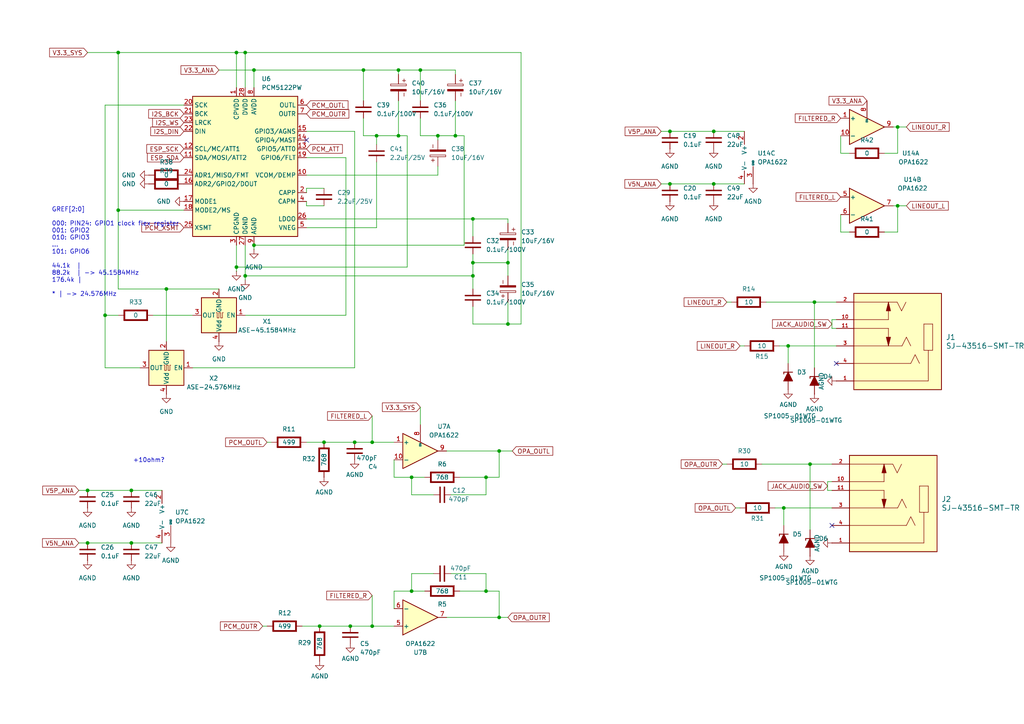
<source format=kicad_sch>
(kicad_sch (version 20231120) (generator "eeschema") (generator_version "8.0")
  (paper "A4")
  (lib_symbols
    (symbol "Amplifier_Audio:OPA1622" (pin_names (offset 0.127))
      (property "Reference" "U" (at 3.81 6.35 0))
      (property "Value" "OPA1622" (at 3.81 3.81 0))
      (symbol "OPA1622_1_1"
        (pin input line (at -7.62 2.54 0) (length 2.54) (name "+") (number "1"))
        (pin input line (at -7.62 -2.54 0) (length 2.54) (name "-") (number "10"))
        (pin input line (at 0 7.62 270) (length 5.08) (name "EN") (number "8"))
        (pin output line (at 7.62 0 180) (length 2.54) (name "~") (number "9"))
      )
      (symbol "OPA1622_2_1"
        (pin input line (at -7.62 2.54 0) (length 2.54) (name "+") (number "5"))
        (pin input line (at -7.62 -2.54 0) (length 2.54) (name "-") (number "6"))
        (pin output line (at 7.62 0 180) (length 2.54) (name "~") (number "7"))
      )
      (symbol "OPA1622_3_1"
        (pin passive line (at -2.54 -7.62 90) (length 3.81) hide (name "V-") (number "11"))
        (pin power_in line (at -2.54 7.62 270) (length 3.81) (name "V+") (number "2"))
        (pin power_in line (at 0 -7.62 90) (length 5.08) (name "GND") (number "3"))
        (pin power_in line (at -2.54 -7.62 90) (length 3.81) (name "V-") (number "4"))
      )
    )
    (symbol "Audio:PCM5122PW"
      (property "Reference" "U" (at -13.97 21.59 0))
      (property "Value" "PCM5122PW" (at 10.16 21.59 0))
      (symbol "PCM5122PW_1_1"
        (pin power_in line (at -2.54 22.86 270) (length 2.54) (name "CPVDD") (number "1"))
        (pin bidirectional line (at 17.78 -2.54 180) (length 2.54) (name "VCOM/DEMP") (number "10"))
        (pin bidirectional line (at -17.78 2.54 0) (length 2.54) (name "SDA/MOSI/ATT2") (number "11"))
        (pin input line (at -17.78 5.08 0) (length 2.54) (name "SCL/MC/ATT1") (number "12"))
        (pin bidirectional line (at 17.78 5.08 180) (length 2.54) (name "GPIO5/ATT0") (number "13"))
        (pin bidirectional line (at 17.78 7.62 180) (length 2.54) (name "GPIO4/MAST") (number "14"))
        (pin bidirectional line (at 17.78 10.16 180) (length 2.54) (name "GPIO3/AGNS") (number "15"))
        (pin bidirectional line (at -17.78 -5.08 0) (length 2.54) (name "ADR2/GPIO2/DOUT") (number "16"))
        (pin input line (at -17.78 -10.16 0) (length 2.54) (name "MODE1") (number "17"))
        (pin input line (at -17.78 -12.7 0) (length 2.54) (name "MODE2/MS") (number "18"))
        (pin bidirectional line (at 17.78 2.54 180) (length 2.54) (name "GPIO6/FLT") (number "19"))
        (pin passive line (at 17.78 -7.62 180) (length 2.54) (name "CAPP") (number "2"))
        (pin input line (at -17.78 17.78 0) (length 2.54) (name "SCK") (number "20"))
        (pin bidirectional line (at -17.78 15.24 0) (length 2.54) (name "BCK") (number "21"))
        (pin input line (at -17.78 10.16 0) (length 2.54) (name "DIN") (number "22"))
        (pin bidirectional line (at -17.78 12.7 0) (length 2.54) (name "LRCK") (number "23"))
        (pin bidirectional line (at -17.78 -2.54 0) (length 2.54) (name "ADR1/MISO/FMT") (number "24"))
        (pin input line (at -17.78 -17.78 0) (length 2.54) (name "XSMT") (number "25"))
        (pin passive line (at 17.78 -15.24 180) (length 2.54) (name "LDOO") (number "26"))
        (pin power_in line (at 0 -22.86 90) (length 2.54) (name "DGND") (number "27"))
        (pin power_in line (at 0 22.86 270) (length 2.54) (name "DVDD") (number "28"))
        (pin power_in line (at -2.54 -22.86 90) (length 2.54) (name "CPGND") (number "3"))
        (pin passive line (at 17.78 -10.16 180) (length 2.54) (name "CAPM") (number "4"))
        (pin passive line (at 17.78 -17.78 180) (length 2.54) (name "VNEG") (number "5"))
        (pin output line (at 17.78 17.78 180) (length 2.54) (name "OUTL") (number "6"))
        (pin output line (at 17.78 15.24 180) (length 2.54) (name "OUTR") (number "7"))
        (pin power_in line (at 2.54 22.86 270) (length 2.54) (name "AVDD") (number "8"))
        (pin power_in line (at 2.54 -22.86 90) (length 2.54) (name "AGND") (number "9"))
      )
    )
    (symbol "Oscillator:ASE-xxxMHz" (pin_names (offset 0.254))
      (property "Reference" "X" (at -5.08 6.35 0))
      (property "Value" "ASE-xxxMHz" (at 1.27 -6.35 0))
      (symbol "ASE-xxxMHz_1_1"
        (pin input line (at -7.62 0 0) (length 2.54) (name "EN") (number "1"))
        (pin power_in line (at 0 -7.62 90) (length 2.54) (name "GND") (number "2"))
        (pin output line (at 7.62 0 180) (length 2.54) (name "OUT") (number "3"))
        (pin power_in line (at 0 7.62 270) (length 2.54) (name "Vdd") (number "4"))
      )
    )
    (symbol "PCM_Diode_TVS_AKL:SP1005-01WTG" (pin_numbers hide) (pin_names (offset 1.016) hide)
      (property "Reference" "D" (at 0 5.08 0))
      (property "Value" "SP1005-01WTG" (at 0 2.54 0))
      (symbol "SP1005-01WTG_1_1"
        (pin passive line (at 3.81 0 180) (length 2.54) (name "K") (number "1"))
        (pin passive line (at -3.81 0 0) (length 2.54) (name "A") (number "2"))
      )
      (symbol "SP1005-01WTG_1_2"
        (pin passive line (at 2.54 2.54 180) (length 0) (name "K") (number "1"))
        (pin passive line (at -2.54 -2.54 0) (length 0) (name "A") (number "2"))
      )
    )
    (symbol "PCM_Elektuur:R" (pin_numbers hide) (pin_names (offset 0) hide)
      (property "Reference" "R" (at 2.54 3.175 0))
      (property "Value" "R" (at 0 0 90))
      (symbol "R_1_1"
        (pin passive line (at 0 5.08 270) (length 1.651) (name "+") (number "1"))
        (pin passive line (at 0 -5.08 90) (length 1.651) (name "-") (number "2"))
      )
      (symbol "R_1_2"
        (pin passive line (at 0 5.08 270) (length 1.651) (name "+") (number "1"))
        (pin passive line (at 0 -5.08 90) (length 1.651) (name "-") (number "2"))
      )
      (symbol "R_1_3"
        (pin passive line (at 0 5.08 270) (length 1.6002) (name "+") (number "1"))
        (pin passive line (at 0 -5.08 90) (length 1.6002) (name "-") (number "2"))
      )
      (symbol "R_1_4"
        (pin passive line (at 0 5.08 270) (length 0.5334) (name "+") (number "1"))
        (pin passive line (at 0 -5.08 90) (length 0.5334) (name "-") (number "2"))
      )
    )
    (symbol "PCM_SL_Devices:Capacitor_NP"
      (property "Reference" "C" (at 0 6.35 0))
      (property "Value" "Capacitor_NP" (at 0 3.81 0))
      (symbol "Capacitor_NP_1_1"
        (pin passive line (at -2.54 0 0) (length 2) (name "~") (number "1"))
        (pin input line (at 2.54 0 180) (length 2) (name "~") (number "2"))
      )
    )
    (symbol "PCM_SL_Devices:Capacitor_PO"
      (property "Reference" "C" (at 0 7.62 0))
      (property "Value" "Capacitor_PO" (at 0 5.08 0))
      (symbol "Capacitor_PO_0_0"
        (text "+" (at -2.032 1.524 0) (effects (font (size 1.27 1.27))))
        (text "-" (at 2.032 1.524 0) (effects (font (size 1.27 1.27))))
      )
      (symbol "Capacitor_PO_1_1"
        (pin passive line (at -3.81 0 0) (length 2.7) (name "~") (number "1"))
        (pin input line (at 3.81 0 180) (length 2.7) (name "~") (number "2"))
      )
    )
    (symbol "power:GND" (power) (pin_numbers hide) (pin_names (offset 0) hide)
      (property "Value" "GND" (at 0 -3.81 0))
      (symbol "GND_1_1"
        (pin power_in line (at 0 0 270) (length 0) (name "~") (number "1"))
      )
    )
    (symbol "uwu:SJ2-35894D-SMT-TR" (pin_names (offset 1.016))
      (property "Reference" "J" (at -12.709 16.002 0))
      (property "Value" "SJ2-35894D-SMT-TR" (at -12.7009 -16.002 0))
      (symbol "SJ2-35894D-SMT-TR_0_0"
        (pin passive line (at 17.78 12.7 180) (length 5.08) (name "~") (number "1"))
        (pin passive line (at 17.78 -5.08 180) (length 5.08) (name "~") (number "10"))
        (pin passive line (at 17.78 -2.54 180) (length 5.08) (name "~") (number "11"))
        (pin passive line (at 17.78 -10.16 180) (length 5.08) (name "~") (number "2"))
        (pin passive line (at 17.78 2.54 180) (length 5.08) (name "~") (number "3"))
        (pin passive line (at 17.78 7.62 180) (length 5.08) (name "~") (number "4"))
      )
    )
  )
  (junction (at 34.29 15.24))
  (junction (at 68.58 15.24))
  (junction (at 115.57 39.37))
  (junction (at 92.71 181.61))
  (junction (at 115.57 20.32))
  (junction (at 93.98 128.27))
  (junction (at 38.1 142.24))
  (junction (at 137.16 80.01))
  (junction (at 71.12 80.01))
  (junction (at 119.38 138.43))
  (junction (at 127 39.37))
  (junction (at 147.32 76.2))
  (junction (at 109.22 39.37))
  (junction (at 121.92 20.32))
  (junction (at 236.22 87.63))
  (junction (at 71.12 15.24))
  (junction (at 101.6 181.61))
  (junction (at 207.01 38.1))
  (junction (at 107.95 181.61))
  (junction (at 140.97 171.45))
  (junction (at 260.35 36.83))
  (junction (at 147.32 93.98))
  (junction (at 30.48 91.44))
  (junction (at 260.35 59.69))
  (junction (at 48.26 83.82))
  (junction (at 194.31 38.1))
  (junction (at 132.08 39.37))
  (junction (at 137.16 76.2))
  (junction (at 25.4 157.48))
  (junction (at 144.78 179.07))
  (junction (at 119.38 171.45))
  (junction (at 137.16 63.5))
  (junction (at 144.78 130.81))
  (junction (at 105.41 20.32))
  (junction (at 73.66 71.12))
  (junction (at 227.33 147.32))
  (junction (at 207.01 53.34))
  (junction (at 38.1 157.48))
  (junction (at 68.58 77.47))
  (junction (at 34.29 60.96))
  (junction (at 25.4 142.24))
  (junction (at 140.97 138.43))
  (junction (at 107.95 128.27))
  (junction (at 228.6 100.33))
  (junction (at 234.95 134.62))
  (junction (at 102.87 128.27))
  (junction (at 73.66 20.32))
  (junction (at 194.31 53.34))
  (no_connect (at 241.3 152.4))
  (no_connect (at 88.9 40.64))
  (no_connect (at 242.57 105.41))
  (wire (pts (xy 137.16 76.2) (xy 137.16 80.01)))
  (wire (pts (xy 88.9 59.69) (xy 88.9 58.42)))
  (wire (pts (xy 105.41 39.37) (xy 109.22 39.37)))
  (wire (pts (xy 68.58 77.47) (xy 118.11 77.47)))
  (wire (pts (xy 102.87 128.27) (xy 107.95 128.27)))
  (wire (pts (xy 73.66 71.12) (xy 134.62 71.12)))
  (wire (pts (xy 127 48.26) (xy 127 50.8)))
  (wire (pts (xy 147.32 63.5) (xy 147.32 64.77)))
  (wire (pts (xy 133.35 138.43) (xy 140.97 138.43)))
  (wire (pts (xy 107.95 120.65) (xy 107.95 128.27)))
  (wire (pts (xy 260.35 59.69) (xy 262.89 59.69)))
  (wire (pts (xy 260.35 59.69) (xy 260.35 67.31)))
  (wire (pts (xy 241.3 95.25) (xy 242.57 95.25)))
  (wire (pts (xy 107.95 181.61) (xy 114.3 181.61)))
  (wire (pts (xy 227.33 147.32) (xy 227.33 152.4)))
  (wire (pts (xy 115.57 39.37) (xy 118.11 39.37)))
  (wire (pts (xy 105.41 20.32) (xy 105.41 29.21)))
  (wire (pts (xy 88.9 50.8) (xy 127 50.8)))
  (wire (pts (xy 68.58 71.12) (xy 68.58 77.47)))
  (wire (pts (xy 234.95 134.62) (xy 241.3 134.62)))
  (wire (pts (xy 119.38 171.45) (xy 114.3 171.45)))
  (wire (pts (xy 107.95 128.27) (xy 114.3 128.27)))
  (wire (pts (xy 228.6 100.33) (xy 242.57 100.33)))
  (wire (pts (xy 118.11 39.37) (xy 118.11 77.47)))
  (wire (pts (xy 132.08 39.37) (xy 127 39.37)))
  (wire (pts (xy 260.35 36.83) (xy 259.08 36.83)))
  (wire (pts (xy 77.47 128.27) (xy 78.74 128.27)))
  (wire (pts (xy 241.3 92.71) (xy 241.3 95.25)))
  (wire (pts (xy 114.3 133.35) (xy 114.3 138.43)))
  (wire (pts (xy 137.16 73.66) (xy 137.16 76.2)))
  (wire (pts (xy 222.25 87.63) (xy 236.22 87.63)))
  (wire (pts (xy 133.35 171.45) (xy 140.97 171.45)))
  (wire (pts (xy 25.4 15.24) (xy 34.29 15.24)))
  (wire (pts (xy 76.2 181.61) (xy 77.47 181.61)))
  (wire (pts (xy 121.92 20.32) (xy 132.08 20.32)))
  (wire (pts (xy 87.63 181.61) (xy 92.71 181.61)))
  (wire (pts (xy 25.4 157.48) (xy 38.1 157.48)))
  (wire (pts (xy 109.22 66.04) (xy 109.22 46.99)))
  (wire (pts (xy 121.92 20.32) (xy 121.92 29.21)))
  (wire (pts (xy 137.16 76.2) (xy 147.32 76.2)))
  (wire (pts (xy 30.48 91.44) (xy 34.29 91.44)))
  (wire (pts (xy 88.9 54.61) (xy 93.98 54.61)))
  (wire (pts (xy 147.32 93.98) (xy 137.16 93.98)))
  (wire (pts (xy 121.92 118.11) (xy 121.92 123.19)))
  (wire (pts (xy 48.26 83.82) (xy 63.5 83.82)))
  (wire (pts (xy 71.12 71.12) (xy 71.12 80.01)))
  (wire (pts (xy 210.82 87.63) (xy 212.09 87.63)))
  (wire (pts (xy 114.3 171.45) (xy 114.3 176.53)))
  (wire (pts (xy 209.55 134.62) (xy 210.82 134.62)))
  (wire (pts (xy 125.73 143.51) (xy 119.38 143.51)))
  (wire (pts (xy 38.1 142.24) (xy 46.99 142.24)))
  (wire (pts (xy 129.54 179.07) (xy 144.78 179.07)))
  (wire (pts (xy 191.77 38.1) (xy 194.31 38.1)))
  (wire (pts (xy 121.92 34.29) (xy 121.92 39.37)))
  (wire (pts (xy 140.97 143.51) (xy 130.81 143.51)))
  (wire (pts (xy 105.41 34.29) (xy 105.41 39.37)))
  (wire (pts (xy 240.03 142.24) (xy 241.3 142.24)))
  (wire (pts (xy 241.3 92.71) (xy 242.57 92.71)))
  (wire (pts (xy 240.03 139.7) (xy 240.03 142.24)))
  (wire (pts (xy 228.6 100.33) (xy 226.06 100.33)))
  (wire (pts (xy 214.63 100.33) (xy 215.9 100.33)))
  (wire (pts (xy 53.34 30.48) (xy 30.48 30.48)))
  (wire (pts (xy 109.22 39.37) (xy 109.22 41.91)))
  (wire (pts (xy 123.19 171.45) (xy 119.38 171.45)))
  (wire (pts (xy 147.32 93.98) (xy 151.13 93.98)))
  (wire (pts (xy 22.86 142.24) (xy 25.4 142.24)))
  (wire (pts (xy 119.38 138.43) (xy 114.3 138.43)))
  (wire (pts (xy 22.86 157.48) (xy 25.4 157.48)))
  (wire (pts (xy 134.62 39.37) (xy 132.08 39.37)))
  (wire (pts (xy 127 40.64) (xy 127 39.37)))
  (wire (pts (xy 243.84 44.45) (xy 246.38 44.45)))
  (wire (pts (xy 144.78 130.81) (xy 148.59 130.81)))
  (wire (pts (xy 93.98 128.27) (xy 102.87 128.27)))
  (wire (pts (xy 213.36 147.32) (xy 214.63 147.32)))
  (wire (pts (xy 119.38 171.45) (xy 119.38 166.37)))
  (wire (pts (xy 256.54 44.45) (xy 260.35 44.45)))
  (wire (pts (xy 88.9 128.27) (xy 93.98 128.27)))
  (wire (pts (xy 260.35 36.83) (xy 262.89 36.83)))
  (wire (pts (xy 93.98 59.69) (xy 88.9 59.69)))
  (wire (pts (xy 129.54 130.81) (xy 144.78 130.81)))
  (wire (pts (xy 73.66 20.32) (xy 105.41 20.32)))
  (wire (pts (xy 144.78 171.45) (xy 140.97 171.45)))
  (wire (pts (xy 101.6 181.61) (xy 107.95 181.61)))
  (wire (pts (xy 140.97 171.45) (xy 140.97 166.37)))
  (wire (pts (xy 236.22 87.63) (xy 236.22 106.68)))
  (wire (pts (xy 71.12 80.01) (xy 137.16 80.01)))
  (wire (pts (xy 44.45 91.44) (xy 55.88 91.44)))
  (wire (pts (xy 88.9 45.72) (xy 100.33 45.72)))
  (wire (pts (xy 68.58 15.24) (xy 68.58 25.4)))
  (wire (pts (xy 92.71 181.61) (xy 101.6 181.61)))
  (wire (pts (xy 71.12 91.44) (xy 100.33 91.44)))
  (wire (pts (xy 137.16 80.01) (xy 137.16 83.82)))
  (wire (pts (xy 144.78 179.07) (xy 147.32 179.07)))
  (wire (pts (xy 107.95 172.72) (xy 107.95 181.61)))
  (wire (pts (xy 38.1 157.48) (xy 46.99 157.48)))
  (wire (pts (xy 100.33 45.72) (xy 100.33 91.44)))
  (wire (pts (xy 130.81 166.37) (xy 140.97 166.37)))
  (wire (pts (xy 227.33 147.32) (xy 241.3 147.32)))
  (wire (pts (xy 115.57 39.37) (xy 115.57 29.21)))
  (wire (pts (xy 34.29 15.24) (xy 34.29 60.96)))
  (wire (pts (xy 140.97 138.43) (xy 140.97 143.51)))
  (wire (pts (xy 119.38 138.43) (xy 119.38 143.51)))
  (wire (pts (xy 73.66 20.32) (xy 73.66 25.4)))
  (wire (pts (xy 194.31 38.1) (xy 207.01 38.1)))
  (wire (pts (xy 132.08 20.32) (xy 132.08 21.59)))
  (wire (pts (xy 147.32 76.2) (xy 147.32 80.01)))
  (wire (pts (xy 68.58 77.47) (xy 68.58 78.74)))
  (wire (pts (xy 68.58 15.24) (xy 71.12 15.24)))
  (wire (pts (xy 34.29 60.96) (xy 53.34 60.96)))
  (wire (pts (xy 30.48 106.68) (xy 40.64 106.68)))
  (wire (pts (xy 240.03 139.7) (xy 241.3 139.7)))
  (wire (pts (xy 234.95 134.62) (xy 234.95 153.67)))
  (wire (pts (xy 144.78 138.43) (xy 140.97 138.43)))
  (wire (pts (xy 71.12 15.24) (xy 151.13 15.24)))
  (wire (pts (xy 236.22 87.63) (xy 242.57 87.63)))
  (wire (pts (xy 132.08 39.37) (xy 132.08 29.21)))
  (wire (pts (xy 243.84 67.31) (xy 243.84 62.23)))
  (wire (pts (xy 115.57 20.32) (xy 115.57 21.59)))
  (wire (pts (xy 220.98 134.62) (xy 234.95 134.62)))
  (wire (pts (xy 127 39.37) (xy 121.92 39.37)))
  (wire (pts (xy 191.77 53.34) (xy 194.31 53.34)))
  (wire (pts (xy 88.9 38.1) (xy 102.87 38.1)))
  (wire (pts (xy 88.9 66.04) (xy 109.22 66.04)))
  (wire (pts (xy 137.16 63.5) (xy 137.16 68.58)))
  (wire (pts (xy 88.9 55.88) (xy 88.9 54.61)))
  (wire (pts (xy 137.16 63.5) (xy 147.32 63.5)))
  (wire (pts (xy 228.6 100.33) (xy 228.6 105.41)))
  (wire (pts (xy 48.26 83.82) (xy 48.26 99.06)))
  (wire (pts (xy 260.35 67.31) (xy 256.54 67.31)))
  (wire (pts (xy 63.5 20.32) (xy 73.66 20.32)))
  (wire (pts (xy 125.73 166.37) (xy 119.38 166.37)))
  (wire (pts (xy 134.62 71.12) (xy 134.62 39.37)))
  (wire (pts (xy 227.33 147.32) (xy 224.79 147.32)))
  (wire (pts (xy 246.38 67.31) (xy 243.84 67.31)))
  (wire (pts (xy 137.16 88.9) (xy 137.16 93.98)))
  (wire (pts (xy 147.32 72.39) (xy 147.32 76.2)))
  (wire (pts (xy 147.32 87.63) (xy 147.32 93.98)))
  (wire (pts (xy 34.29 83.82) (xy 48.26 83.82)))
  (wire (pts (xy 30.48 30.48) (xy 30.48 91.44)))
  (wire (pts (xy 121.92 20.32) (xy 115.57 20.32)))
  (wire (pts (xy 25.4 142.24) (xy 38.1 142.24)))
  (wire (pts (xy 102.87 106.68) (xy 55.88 106.68)))
  (wire (pts (xy 109.22 39.37) (xy 115.57 39.37)))
  (wire (pts (xy 71.12 15.24) (xy 71.12 25.4)))
  (wire (pts (xy 30.48 91.44) (xy 30.48 106.68)))
  (wire (pts (xy 105.41 20.32) (xy 115.57 20.32)))
  (wire (pts (xy 144.78 130.81) (xy 144.78 138.43)))
  (wire (pts (xy 243.84 39.37) (xy 243.84 44.45)))
  (wire (pts (xy 151.13 15.24) (xy 151.13 93.98)))
  (wire (pts (xy 88.9 63.5) (xy 137.16 63.5)))
  (wire (pts (xy 73.66 71.12) (xy 73.66 72.39)))
  (wire (pts (xy 194.31 53.34) (xy 207.01 53.34)))
  (wire (pts (xy 260.35 44.45) (xy 260.35 36.83)))
  (wire (pts (xy 207.01 53.34) (xy 215.9 53.34)))
  (wire (pts (xy 102.87 38.1) (xy 102.87 106.68)))
  (wire (pts (xy 144.78 179.07) (xy 144.78 171.45)))
  (wire (pts (xy 71.12 80.01) (xy 71.12 81.28)))
  (wire (pts (xy 207.01 38.1) (xy 215.9 38.1)))
  (wire (pts (xy 119.38 138.43) (xy 123.19 138.43)))
  (wire (pts (xy 260.35 59.69) (xy 259.08 59.69)))
  (wire (pts (xy 34.29 60.96) (xy 34.29 83.82)))
  (wire (pts (xy 34.29 15.24) (xy 68.58 15.24)))
  (text "+10ohm?" (at 43.18 133.604 0) (effects (font (size 1.27 1.27))))
  (text "GREF[2:0]\n\n000: PIN24: GPIO1 clock flex register\n001: GPIO2\n010: GPIO3\n...\n101: GPIO6\n\n44.1k  |\n88.2k  | -> 45.1584MHz\n176.4k |\n\n* | -> 24.576MHz" (at 14.986 73.152 0) (effects (font (size 1.27 1.27)) (justify left)))
  (global_label "LINEOUT_R" (shape input) (at 210.82 87.63 180) (property "Intersheetrefs" "${INTERSHEET_REFS}" (effects (hide yes))))
  (global_label "JACK_AUDIO_SW" (shape input) (at 241.3 93.98 180) (property "Intersheetrefs" "${INTERSHEET_REFS}" (effects (hide yes))))
  (global_label "OPA_OUTL" (shape input) (at 213.36 147.32 180) (property "Intersheetrefs" "${INTERSHEET_REFS}" (effects (hide yes))))
  (global_label "V3.3_ANA" (shape input) (at 63.5 20.32 180) (property "Intersheetrefs" "${INTERSHEET_REFS}" (effects (hide yes))))
  (global_label "PCM_OUTL" (shape input) (at 77.47 128.27 180) (property "Intersheetrefs" "${INTERSHEET_REFS}" (effects (hide yes))))
  (global_label "I2S_DIN" (shape input) (at 53.34 38.1 180) (property "Intersheetrefs" "${INTERSHEET_REFS}" (effects (hide yes))))
  (global_label "PCM_OUTL" (shape input) (at 88.9 30.48 0) (property "Intersheetrefs" "${INTERSHEET_REFS}" (effects (hide yes))))
  (global_label "LINEOUT_R" (shape input) (at 262.89 36.83 0) (property "Intersheetrefs" "${INTERSHEET_REFS}" (effects (hide yes))))
  (global_label "V5N_ANA" (shape input) (at 22.86 157.48 180) (property "Intersheetrefs" "${INTERSHEET_REFS}" (effects (hide yes))))
  (global_label "PCM_OUTR" (shape input) (at 76.2 181.61 180) (property "Intersheetrefs" "${INTERSHEET_REFS}" (effects (hide yes))))
  (global_label "PCM_OUTR" (shape input) (at 88.9 33.02 0) (property "Intersheetrefs" "${INTERSHEET_REFS}" (effects (hide yes))))
  (global_label "PCM_ATT" (shape input) (at 88.9 43.18 0) (property "Intersheetrefs" "${INTERSHEET_REFS}" (effects (hide yes))))
  (global_label "OPA_OUTL" (shape input) (at 148.59 130.81 0) (property "Intersheetrefs" "${INTERSHEET_REFS}" (effects (hide yes))))
  (global_label "V5P_ANA" (shape input) (at 22.86 142.24 180) (property "Intersheetrefs" "${INTERSHEET_REFS}" (effects (hide yes))))
  (global_label "V3.3_SYS" (shape input) (at 25.4 15.24 180) (property "Intersheetrefs" "${INTERSHEET_REFS}" (effects (hide yes))))
  (global_label "V5N_ANA" (shape input) (at 191.77 53.34 180) (property "Intersheetrefs" "${INTERSHEET_REFS}" (effects (hide yes))))
  (global_label "I2S_WS" (shape input) (at 53.34 35.56 180) (property "Intersheetrefs" "${INTERSHEET_REFS}" (effects (hide yes))))
  (global_label "V5P_ANA" (shape input) (at 191.77 38.1 180) (property "Intersheetrefs" "${INTERSHEET_REFS}" (effects (hide yes))))
  (global_label "I2S_BCK" (shape input) (at 53.34 33.02 180) (property "Intersheetrefs" "${INTERSHEET_REFS}" (effects (hide yes))))
  (global_label "ESP_SDA" (shape input) (at 53.34 45.72 180) (property "Intersheetrefs" "${INTERSHEET_REFS}" (effects (hide yes))))
  (global_label "OPA_OUTR" (shape input) (at 209.55 134.62 180) (property "Intersheetrefs" "${INTERSHEET_REFS}" (effects (hide yes))))
  (global_label "FILTERED_L" (shape input) (at 243.84 57.15 180) (property "Intersheetrefs" "${INTERSHEET_REFS}" (effects (hide yes))))
  (global_label "PCM_XSMT" (shape input) (at 53.34 66.04 180) (property "Intersheetrefs" "${INTERSHEET_REFS}" (effects (hide yes))))
  (global_label "OPA_OUTR" (shape input) (at 147.32 179.07 0) (property "Intersheetrefs" "${INTERSHEET_REFS}" (effects (hide yes))))
  (global_label "LINEOUT_R" (shape input) (at 214.63 100.33 180) (property "Intersheetrefs" "${INTERSHEET_REFS}" (effects (hide yes))))
  (global_label "FILTERED_R" (shape input) (at 107.95 172.72 180) (property "Intersheetrefs" "${INTERSHEET_REFS}" (effects (hide yes))))
  (global_label "V3.3_SYS" (shape input) (at 121.92 118.11 180) (property "Intersheetrefs" "${INTERSHEET_REFS}" (effects (hide yes))))
  (global_label "FILTERED_R" (shape input) (at 243.84 34.29 180) (property "Intersheetrefs" "${INTERSHEET_REFS}" (effects (hide yes))))
  (global_label "ESP_SCK" (shape input) (at 53.34 43.18 180) (property "Intersheetrefs" "${INTERSHEET_REFS}" (effects (hide yes))))
  (global_label "JACK_AUDIO_SW" (shape input) (at 240.03 140.97 180) (property "Intersheetrefs" "${INTERSHEET_REFS}" (effects (hide yes))))
  (global_label "LINEOUT_L" (shape input) (at 262.89 59.69 0) (property "Intersheetrefs" "${INTERSHEET_REFS}" (effects (hide yes))))
  (global_label "V3.3_ANA" (shape input) (at 251.46 29.21 180) (property "Intersheetrefs" "${INTERSHEET_REFS}" (effects (hide yes))))
  (global_label "FILTERED_L" (shape input) (at 107.95 120.65 180) (property "Intersheetrefs" "${INTERSHEET_REFS}" (effects (hide yes))))
  (symbol (lib_id "PCM_Diode_TVS_AKL:SP1005-01WTG") (at 228.6 109.22 90) (unit 1)
    (property "Reference" "D3" (at 231.14 107.9499 90) (effects (justify right)))
    (property "Value" "SP1005-01WTG" (at 221.488 120.65 90) (effects (justify right)))
    (property "Footprint" "PCM_Diode_SMD_AKL:D_0201_0603Metric" (effects (hide yes)))
    (property "Datasheet" "https://www.tme.eu/Document/d303e9e2349fec6211312f409a00da79/SP1005-01WTG.pdf" (effects (hide yes)))
    (property "Description" "0201 Unidirectional TVS diode, 5V, Alternate KiCAD Library" (effects (hide yes)))
  )
  (symbol (lib_id "PCM_SL_Devices:Capacitor_NP") (at 207.01 55.88 90) (unit 1)
    (property "Reference" "C49" (at 210.82 54.6099 90) (effects (justify right)))
    (property "Value" "22uF" (at 210.82 57.1499 90) (effects (justify right)))
    (property "Footprint" "Capacitor_SMD:C_0805_2012Metric" (effects (hide yes)))
    (property "Description" "Unpolarized Capacitor" (effects (hide yes)))
  )
  (symbol (lib_id "power:GND") (at 102.87 133.35 0) (unit 1)
    (property "Reference" "#PWR031" (effects (hide yes)))
    (property "Value" "AGND" (at 100.33 137.668 0) (effects (justify left)))
    (property "Description" "Power symbol creates a global label with name \"GND\" , ground" (effects (hide yes)))
  )
  (symbol (lib_id "PCM_Elektuur:R") (at 82.55 181.61 90) (unit 1)
    (property "Reference" "R12" (at 82.55 177.8 90))
    (property "Value" "499" (at 82.55 181.61 90))
    (property "Footprint" "Resistor_SMD:R_0603_1608Metric" (effects (hide yes)))
    (property "Description" "resistor" (effects (hide yes)))
    (property "Indicator" "+" (effects (hide yes)))
    (property "Rating" "W" (effects (hide yes)))
  )
  (symbol (lib_id "PCM_Elektuur:R") (at 251.46 44.45 90) (unit 1)
    (property "Reference" "R42" (at 251.46 40.64 90))
    (property "Value" "0" (at 251.46 44.45 90))
    (property "Footprint" "Resistor_SMD:R_0603_1608Metric" (effects (hide yes)))
    (property "Description" "resistor" (effects (hide yes)))
    (property "Indicator" "+" (effects (hide yes)))
    (property "Rating" "W" (effects (hide yes)))
  )
  (symbol (lib_id "power:GND") (at 92.71 191.77 0) (unit 1)
    (property "Reference" "#PWR014" (effects (hide yes)))
    (property "Value" "AGND" (at 90.17 196.088 0) (effects (justify left)))
    (property "Description" "Power symbol creates a global label with name \"GND\" , ground" (effects (hide yes)))
  )
  (symbol (lib_id "PCM_SL_Devices:Capacitor_NP") (at 137.16 86.36 90) (unit 1)
    (property "Reference" "C34" (at 140.97 85.0899 90) (effects (justify right)))
    (property "Value" "0.1uF/100V" (at 140.97 87.6299 90) (effects (justify right)))
    (property "Footprint" "Capacitor_SMD:C_0805_2012Metric" (effects (hide yes)))
    (property "Description" "Unpolarized Capacitor" (effects (hide yes)))
  )
  (symbol (lib_id "Oscillator:ASE-xxxMHz") (at 48.26 106.68 180) (unit 1)
    (property "Reference" "X2" (at 61.976 109.728 0))
    (property "Value" "ASE-24.576MHz" (at 61.976 112.268 0))
    (property "Footprint" "Oscillator:Oscillator_SMD_Abracon_ASE-4Pin_3.2x2.5mm" (effects (hide yes)))
    (property "Datasheet" "http://www.abracon.com/Oscillators/ASV.pdf" (effects (hide yes)))
    (property "Description" "3.3V CMOS SMD Crystal Clock Oscillator, Abracon" (effects (hide yes)))
  )
  (symbol (lib_id "power:GND") (at 63.5 99.06 0) (unit 1)
    (property "Reference" "#PWR093" (effects (hide yes)))
    (property "Value" "GND" (at 63.5 104.14 0))
    (property "Description" "Power symbol creates a global label with name \"GND\" , ground" (effects (hide yes)))
  )
  (symbol (lib_id "Oscillator:ASE-xxxMHz") (at 63.5 91.44 180) (unit 1)
    (property "Reference" "X1" (at 77.47 93.218 0))
    (property "Value" "ASE-45.1584MHz" (at 77.47 95.758 0))
    (property "Footprint" "Oscillator:Oscillator_SMD_Abracon_ASE-4Pin_3.2x2.5mm" (effects (hide yes)))
    (property "Datasheet" "http://www.abracon.com/Oscillators/ASV.pdf" (effects (hide yes)))
    (property "Description" "3.3V CMOS SMD Crystal Clock Oscillator, Abracon" (effects (hide yes)))
  )
  (symbol (lib_id "PCM_SL_Devices:Capacitor_PO") (at 147.32 68.58 270) (unit 1)
    (property "Reference" "C33" (at 151.13 67.3099 90) (effects (justify left)))
    (property "Value" "10uF/16V" (at 151.13 69.8499 90) (effects (justify left)))
    (property "Footprint" "Capacitor_Tantalum_SMD:CP_EIA-3528-21_Kemet-B" (effects (hide yes)))
    (property "Description" "Polarized Capacitor" (effects (hide yes)))
  )
  (symbol (lib_id "PCM_Diode_TVS_AKL:SP1005-01WTG") (at 236.22 110.49 90) (unit 1)
    (property "Reference" "D4" (at 238.76 109.2199 90) (effects (justify right)))
    (property "Value" "SP1005-01WTG" (at 229.108 121.92 90) (effects (justify right)))
    (property "Footprint" "PCM_Diode_SMD_AKL:D_0201_0603Metric" (effects (hide yes)))
    (property "Datasheet" "https://www.tme.eu/Document/d303e9e2349fec6211312f409a00da79/SP1005-01WTG.pdf" (effects (hide yes)))
    (property "Description" "0201 Unidirectional TVS diode, 5V, Alternate KiCAD Library" (effects (hide yes)))
  )
  (symbol (lib_id "PCM_SL_Devices:Capacitor_NP") (at 101.6 184.15 90) (unit 1)
    (property "Reference" "C5" (at 104.394 186.69 90) (effects (justify right)))
    (property "Value" "470pF" (at 104.394 189.23 90) (effects (justify right)))
    (property "Footprint" "Capacitor_SMD:C_0402_1005Metric" (effects (hide yes)))
    (property "Description" "Unpolarized Capacitor" (effects (hide yes)))
  )
  (symbol (lib_id "power:GND") (at 71.12 81.28 0) (unit 1)
    (property "Reference" "#PWR010" (effects (hide yes)))
    (property "Value" "GND" (at 71.12 86.36 0))
    (property "Description" "Power symbol creates a global label with name \"GND\" , ground" (effects (hide yes)))
  )
  (symbol (lib_id "Amplifier_Audio:OPA1622") (at 121.92 179.07 0) (mirror x) (unit 2)
    (property "Reference" "U7" (at 121.92 189.23 0))
    (property "Value" "OPA1622" (at 121.92 186.69 0))
    (property "Footprint" "Package_SON:Texas_S-PVSON-N10" (effects (hide yes)))
    (property "Datasheet" "http://www.ti.com/lit/ds/symlink/opa1622.pdf" (effects (hide yes)))
    (property "Description" "High-Fidelity, Bipolar-Input, Audio Operational Amplifier, VSON-10" (effects (hide yes)))
  )
  (symbol (lib_id "power:GND") (at 228.6 113.03 0) (unit 1)
    (property "Reference" "#PWR078" (effects (hide yes)))
    (property "Value" "AGND" (at 226.06 117.348 0) (effects (justify left)))
    (property "Description" "Power symbol creates a global label with name \"GND\" , ground" (effects (hide yes)))
  )
  (symbol (lib_id "power:GND") (at 101.6 186.69 0) (unit 1)
    (property "Reference" "#PWR032" (effects (hide yes)))
    (property "Value" "AGND" (at 99.06 191.008 0) (effects (justify left)))
    (property "Description" "Power symbol creates a global label with name \"GND\" , ground" (effects (hide yes)))
  )
  (symbol (lib_id "power:GND") (at 242.57 110.49 270) (unit 1)
    (property "Reference" "#PWR013" (effects (hide yes)))
    (property "Value" "AGND" (at 238.252 107.95 0) (effects (justify left)))
    (property "Description" "Power symbol creates a global label with name \"GND\" , ground" (effects (hide yes)))
  )
  (symbol (lib_id "Amplifier_Audio:OPA1622") (at 121.92 130.81 0) (unit 1)
    (property "Reference" "U7" (at 128.778 123.698 0))
    (property "Value" "OPA1622" (at 128.778 126.238 0))
    (property "Footprint" "Package_SON:Texas_S-PVSON-N10" (effects (hide yes)))
    (property "Datasheet" "http://www.ti.com/lit/ds/symlink/opa1622.pdf" (effects (hide yes)))
    (property "Description" "High-Fidelity, Bipolar-Input, Audio Operational Amplifier, VSON-10" (effects (hide yes)))
  )
  (symbol (lib_id "PCM_SL_Devices:Capacitor_NP") (at 194.31 40.64 90) (unit 1)
    (property "Reference" "C19" (at 198.12 39.3699 90) (effects (justify right)))
    (property "Value" "0.1uF" (at 198.12 41.9099 90) (effects (justify right)))
    (property "Footprint" "Capacitor_SMD:C_0805_2012Metric" (effects (hide yes)))
    (property "Description" "Unpolarized Capacitor" (effects (hide yes)))
  )
  (symbol (lib_id "PCM_Elektuur:R") (at 215.9 134.62 90) (unit 1)
    (property "Reference" "R30" (at 215.9 130.81 90))
    (property "Value" "10" (at 215.9 134.62 90))
    (property "Footprint" "Resistor_SMD:R_0603_1608Metric" (effects (hide yes)))
    (property "Description" "resistor" (effects (hide yes)))
    (property "Indicator" "+" (effects (hide yes)))
    (property "Rating" "W" (effects (hide yes)))
  )
  (symbol (lib_id "PCM_SL_Devices:Capacitor_NP") (at 25.4 144.78 90) (unit 1)
    (property "Reference" "C25" (at 29.21 143.5099 90) (effects (justify right)))
    (property "Value" "0.1uF" (at 29.21 146.0499 90) (effects (justify right)))
    (property "Footprint" "Capacitor_SMD:C_0805_2012Metric" (effects (hide yes)))
    (property "Description" "Unpolarized Capacitor" (effects (hide yes)))
  )
  (symbol (lib_id "power:GND") (at 241.3 157.48 270) (unit 1)
    (property "Reference" "#PWR012" (effects (hide yes)))
    (property "Value" "AGND" (at 236.982 154.94 0) (effects (justify left)))
    (property "Description" "Power symbol creates a global label with name \"GND\" , ground" (effects (hide yes)))
  )
  (symbol (lib_id "power:GND") (at 25.4 162.56 0) (unit 1)
    (property "Reference" "#PWR028" (effects (hide yes)))
    (property "Value" "AGND" (at 25.4 167.64 0))
    (property "Description" "Power symbol creates a global label with name \"GND\" , ground" (effects (hide yes)))
  )
  (symbol (lib_id "power:GND") (at 218.44 53.34 0) (unit 1)
    (property "Reference" "#PWR091" (effects (hide yes)))
    (property "Value" "AGND" (at 218.44 58.42 0))
    (property "Description" "Power symbol creates a global label with name \"GND\" , ground" (effects (hide yes)))
  )
  (symbol (lib_id "power:GND") (at 93.98 138.43 0) (unit 1)
    (property "Reference" "#PWR033" (effects (hide yes)))
    (property "Value" "AGND" (at 91.44 142.748 0) (effects (justify left)))
    (property "Description" "Power symbol creates a global label with name \"GND\" , ground" (effects (hide yes)))
  )
  (symbol (lib_id "PCM_Elektuur:R") (at 219.71 147.32 90) (unit 1)
    (property "Reference" "R31" (at 219.71 150.368 90))
    (property "Value" "10" (at 219.71 147.32 90))
    (property "Footprint" "Resistor_SMD:R_0603_1608Metric" (effects (hide yes)))
    (property "Description" "resistor" (effects (hide yes)))
    (property "Indicator" "+" (effects (hide yes)))
    (property "Rating" "W" (effects (hide yes)))
  )
  (symbol (lib_id "Audio:PCM5122PW") (at 71.12 48.26 0) (unit 1)
    (property "Reference" "U6" (at 75.8541 22.86 0) (effects (justify left)))
    (property "Value" "PCM5122PW" (at 75.8541 25.4 0) (effects (justify left)))
    (property "Footprint" "Package_SO:TSSOP-28_4.4x9.7mm_P0.65mm" (effects (hide yes)))
    (property "Datasheet" "http://www.ti.com/lit/ds/symlink/pcm5122.pdf" (effects (hide yes)))
    (property "Description" "2VRMS DirectPath, 112dB Audio Stereo DAC with 32-bit, 384kHz PCM Interface, TSSOP-28" (effects (hide yes)))
  )
  (symbol (lib_id "power:GND") (at 49.53 157.48 0) (unit 1)
    (property "Reference" "#PWR08" (effects (hide yes)))
    (property "Value" "AGND" (at 49.53 162.56 0))
    (property "Description" "Power symbol creates a global label with name \"GND\" , ground" (effects (hide yes)))
  )
  (symbol (lib_id "PCM_SL_Devices:Capacitor_NP") (at 105.41 31.75 90) (unit 1)
    (property "Reference" "C39" (at 109.22 30.4799 90) (effects (justify right)))
    (property "Value" "0.1uF/100V" (at 109.22 33.0199 90) (effects (justify right)))
    (property "Footprint" "Capacitor_SMD:C_0805_2012Metric" (effects (hide yes)))
    (property "Description" "Unpolarized Capacitor" (effects (hide yes)))
  )
  (symbol (lib_id "PCM_SL_Devices:Capacitor_NP") (at 137.16 71.12 90) (unit 1)
    (property "Reference" "C32" (at 140.97 69.8499 90) (effects (justify right)))
    (property "Value" "0.1uF/100V" (at 140.97 72.3899 90) (effects (justify right)))
    (property "Footprint" "Capacitor_SMD:C_0805_2012Metric" (effects (hide yes)))
    (property "Description" "Unpolarized Capacitor" (effects (hide yes)))
  )
  (symbol (lib_id "PCM_Elektuur:R") (at 217.17 87.63 90) (unit 1)
    (property "Reference" "R14" (at 217.17 83.82 90))
    (property "Value" "10" (at 217.17 87.63 90))
    (property "Footprint" "Resistor_SMD:R_0603_1608Metric" (effects (hide yes)))
    (property "Description" "resistor" (effects (hide yes)))
    (property "Indicator" "+" (effects (hide yes)))
    (property "Rating" "W" (effects (hide yes)))
  )
  (symbol (lib_id "PCM_Elektuur:R") (at 92.71 186.69 0) (unit 1)
    (property "Reference" "R29" (at 86.36 186.436 0) (effects (justify left)))
    (property "Value" "768" (at 92.71 186.69 90))
    (property "Footprint" "Resistor_SMD:R_0603_1608Metric" (effects (hide yes)))
    (property "Description" "resistor" (effects (hide yes)))
    (property "Indicator" "+" (effects (hide yes)))
    (property "Rating" "W" (effects (hide yes)))
  )
  (symbol (lib_id "power:GND") (at 43.18 53.34 270) (unit 1)
    (property "Reference" "#PWR0115" (effects (hide yes)))
    (property "Value" "GND" (at 39.37 53.3399 90) (effects (justify right)))
    (property "Description" "Power symbol creates a global label with name \"GND\" , ground" (effects (hide yes)))
  )
  (symbol (lib_id "PCM_SL_Devices:Capacitor_NP") (at 38.1 144.78 90) (unit 1)
    (property "Reference" "C46" (at 41.91 143.5099 90) (effects (justify right)))
    (property "Value" "22uF" (at 41.91 146.0499 90) (effects (justify right)))
    (property "Footprint" "Capacitor_SMD:C_0805_2012Metric" (effects (hide yes)))
    (property "Description" "Unpolarized Capacitor" (effects (hide yes)))
  )
  (symbol (lib_id "Amplifier_Audio:OPA1622") (at 218.44 45.72 0) (unit 3)
    (property "Reference" "U14" (at 219.71 44.4499 0) (effects (justify left)))
    (property "Value" "OPA1622" (at 219.71 46.9899 0) (effects (justify left)))
    (property "Footprint" "Package_SON:Texas_S-PVSON-N10" (effects (hide yes)))
    (property "Datasheet" "http://www.ti.com/lit/ds/symlink/opa1622.pdf" (effects (hide yes)))
    (property "Description" "High-Fidelity, Bipolar-Input, Audio Operational Amplifier, VSON-10" (effects (hide yes)))
  )
  (symbol (lib_id "PCM_Diode_TVS_AKL:SP1005-01WTG") (at 227.33 156.21 90) (unit 1)
    (property "Reference" "D5" (at 229.87 154.9399 90) (effects (justify right)))
    (property "Value" "SP1005-01WTG" (at 220.218 167.64 90) (effects (justify right)))
    (property "Footprint" "PCM_Diode_SMD_AKL:D_0201_0603Metric" (effects (hide yes)))
    (property "Datasheet" "https://www.tme.eu/Document/d303e9e2349fec6211312f409a00da79/SP1005-01WTG.pdf" (effects (hide yes)))
    (property "Description" "0201 Unidirectional TVS diode, 5V, Alternate KiCAD Library" (effects (hide yes)))
  )
  (symbol (lib_id "PCM_Elektuur:R") (at 83.82 128.27 90) (unit 1)
    (property "Reference" "R11" (at 83.82 124.46 90))
    (property "Value" "499" (at 83.82 128.27 90))
    (property "Footprint" "Resistor_SMD:R_0603_1608Metric" (effects (hide yes)))
    (property "Description" "resistor" (effects (hide yes)))
    (property "Indicator" "+" (effects (hide yes)))
    (property "Rating" "W" (effects (hide yes)))
  )
  (symbol (lib_id "power:GND") (at 73.66 72.39 0) (unit 1)
    (property "Reference" "#PWR011" (effects (hide yes)))
    (property "Value" "AGND" (at 73.66 77.47 0))
    (property "Description" "Power symbol creates a global label with name \"GND\" , ground" (effects (hide yes)))
  )
  (symbol (lib_id "power:GND") (at 48.26 114.3 0) (unit 1)
    (property "Reference" "#PWR095" (effects (hide yes)))
    (property "Value" "GND" (at 48.26 119.38 0))
    (property "Description" "Power symbol creates a global label with name \"GND\" , ground" (effects (hide yes)))
  )
  (symbol (lib_id "PCM_SL_Devices:Capacitor_PO") (at 132.08 25.4 270) (unit 1)
    (property "Reference" "C37" (at 135.89 24.1299 90) (effects (justify left)))
    (property "Value" "10uF/16V" (at 135.89 26.6699 90) (effects (justify left)))
    (property "Footprint" "Capacitor_Tantalum_SMD:CP_EIA-3528-21_Kemet-B" (effects (hide yes)))
    (property "Description" "Polarized Capacitor" (effects (hide yes)))
  )
  (symbol (lib_id "Amplifier_Audio:OPA1622") (at 251.46 59.69 0) (unit 2)
    (property "Reference" "U14" (at 264.668 52.07 0))
    (property "Value" "OPA1622" (at 264.668 54.61 0))
    (property "Footprint" "Package_SON:Texas_S-PVSON-N10" (effects (hide yes)))
    (property "Datasheet" "http://www.ti.com/lit/ds/symlink/opa1622.pdf" (effects (hide yes)))
    (property "Description" "High-Fidelity, Bipolar-Input, Audio Operational Amplifier, VSON-10" (effects (hide yes)))
  )
  (symbol (lib_id "power:GND") (at 43.18 50.8 270) (unit 1)
    (property "Reference" "#PWR0114" (effects (hide yes)))
    (property "Value" "GND" (at 39.37 50.7999 90) (effects (justify right)))
    (property "Description" "Power symbol creates a global label with name \"GND\" , ground" (effects (hide yes)))
  )
  (symbol (lib_id "PCM_SL_Devices:Capacitor_NP") (at 128.27 166.37 0) (mirror x) (unit 1)
    (property "Reference" "C11" (at 133.604 167.386 0))
    (property "Value" "470pF" (at 133.604 164.846 0))
    (property "Footprint" "Capacitor_SMD:C_0402_1005Metric" (effects (hide yes)))
    (property "Description" "Unpolarized Capacitor" (effects (hide yes)))
  )
  (symbol (lib_id "Amplifier_Audio:OPA1622") (at 251.46 36.83 0) (unit 1)
    (property "Reference" "U14" (at 264.16 44.45 0))
    (property "Value" "OPA1622" (at 264.922 46.99 0))
    (property "Footprint" "Package_SON:Texas_S-PVSON-N10" (effects (hide yes)))
    (property "Datasheet" "http://www.ti.com/lit/ds/symlink/opa1622.pdf" (effects (hide yes)))
    (property "Description" "High-Fidelity, Bipolar-Input, Audio Operational Amplifier, VSON-10" (effects (hide yes)))
  )
  (symbol (lib_id "PCM_Elektuur:R") (at 128.27 171.45 90) (mirror x) (unit 1)
    (property "Reference" "R5" (at 128.27 175.26 90))
    (property "Value" "768" (at 128.27 171.45 90))
    (property "Footprint" "Resistor_SMD:R_0603_1608Metric" (effects (hide yes)))
    (property "Description" "resistor" (effects (hide yes)))
    (property "Indicator" "+" (effects (hide yes)))
    (property "Rating" "W" (effects (hide yes)))
  )
  (symbol (lib_id "PCM_SL_Devices:Capacitor_NP") (at 109.22 44.45 90) (unit 1)
    (property "Reference" "C41" (at 113.03 43.1799 90) (effects (justify right)))
    (property "Value" "2.2uF/25V" (at 113.03 45.7199 90) (effects (justify right)))
    (property "Footprint" "Capacitor_THT:C_Disc_D3.0mm_W2.0mm_P2.50mm" (effects (hide yes)))
    (property "Description" "Unpolarized Capacitor" (effects (hide yes)))
  )
  (symbol (lib_id "power:GND") (at 38.1 162.56 0) (unit 1)
    (property "Reference" "#PWR029" (effects (hide yes)))
    (property "Value" "AGND" (at 38.1 167.64 0))
    (property "Description" "Power symbol creates a global label with name \"GND\" , ground" (effects (hide yes)))
  )
  (symbol (lib_id "PCM_SL_Devices:Capacitor_NP") (at 121.92 31.75 90) (unit 1)
    (property "Reference" "C36" (at 125.73 30.4799 90) (effects (justify right)))
    (property "Value" "0.1uF/100V" (at 125.73 33.0199 90) (effects (justify right)))
    (property "Footprint" "Capacitor_SMD:C_0805_2012Metric" (effects (hide yes)))
    (property "Description" "Unpolarized Capacitor" (effects (hide yes)))
  )
  (symbol (lib_id "power:GND") (at 207.01 43.18 0) (unit 1)
    (property "Reference" "#PWR071" (effects (hide yes)))
    (property "Value" "AGND" (at 207.01 48.26 0))
    (property "Description" "Power symbol creates a global label with name \"GND\" , ground" (effects (hide yes)))
  )
  (symbol (lib_id "PCM_Diode_TVS_AKL:SP1005-01WTG") (at 234.95 157.48 90) (unit 1)
    (property "Reference" "D6" (at 237.49 156.2099 90) (effects (justify right)))
    (property "Value" "SP1005-01WTG" (at 227.838 168.91 90) (effects (justify right)))
    (property "Footprint" "PCM_Diode_SMD_AKL:D_0201_0603Metric" (effects (hide yes)))
    (property "Datasheet" "https://www.tme.eu/Document/d303e9e2349fec6211312f409a00da79/SP1005-01WTG.pdf" (effects (hide yes)))
    (property "Description" "0201 Unidirectional TVS diode, 5V, Alternate KiCAD Library" (effects (hide yes)))
  )
  (symbol (lib_id "PCM_SL_Devices:Capacitor_NP") (at 38.1 160.02 90) (unit 1)
    (property "Reference" "C47" (at 41.91 158.7499 90) (effects (justify right)))
    (property "Value" "22uF" (at 41.91 161.2899 90) (effects (justify right)))
    (property "Footprint" "Capacitor_SMD:C_0805_2012Metric" (effects (hide yes)))
    (property "Description" "Unpolarized Capacitor" (effects (hide yes)))
  )
  (symbol (lib_id "PCM_SL_Devices:Capacitor_PO") (at 115.57 25.4 270) (unit 1)
    (property "Reference" "C40" (at 119.38 24.1299 90) (effects (justify left)))
    (property "Value" "10uF/16V" (at 119.38 26.6699 90) (effects (justify left)))
    (property "Footprint" "Capacitor_Tantalum_SMD:CP_EIA-3528-21_Kemet-B" (effects (hide yes)))
    (property "Description" "Polarized Capacitor" (effects (hide yes)))
  )
  (symbol (lib_id "power:GND") (at 234.95 161.29 0) (unit 1)
    (property "Reference" "#PWR042" (effects (hide yes)))
    (property "Value" "AGND" (at 232.41 165.608 0) (effects (justify left)))
    (property "Description" "Power symbol creates a global label with name \"GND\" , ground" (effects (hide yes)))
  )
  (symbol (lib_id "PCM_Elektuur:R") (at 251.46 67.31 90) (unit 1)
    (property "Reference" "R41" (at 251.46 63.5 90))
    (property "Value" "0" (at 251.46 67.31 90))
    (property "Footprint" "Resistor_SMD:R_0603_1608Metric" (effects (hide yes)))
    (property "Description" "resistor" (effects (hide yes)))
    (property "Indicator" "+" (effects (hide yes)))
    (property "Rating" "W" (effects (hide yes)))
  )
  (symbol (lib_id "PCM_Elektuur:R") (at 93.98 133.35 0) (unit 1)
    (property "Reference" "R32" (at 87.63 133.096 0) (effects (justify left)))
    (property "Value" "768" (at 93.98 133.35 90))
    (property "Footprint" "Resistor_SMD:R_0603_1608Metric" (effects (hide yes)))
    (property "Description" "resistor" (effects (hide yes)))
    (property "Indicator" "+" (effects (hide yes)))
    (property "Rating" "W" (effects (hide yes)))
  )
  (symbol (lib_id "PCM_SL_Devices:Capacitor_NP") (at 194.31 55.88 90) (unit 1)
    (property "Reference" "C20" (at 198.12 54.6099 90) (effects (justify right)))
    (property "Value" "0.1uF" (at 198.12 57.1499 90) (effects (justify right)))
    (property "Footprint" "Capacitor_SMD:C_0805_2012Metric" (effects (hide yes)))
    (property "Description" "Unpolarized Capacitor" (effects (hide yes)))
  )
  (symbol (lib_id "PCM_SL_Devices:Capacitor_NP") (at 207.01 40.64 90) (unit 1)
    (property "Reference" "C48" (at 210.82 39.3699 90) (effects (justify right)))
    (property "Value" "22uF" (at 210.82 41.9099 90) (effects (justify right)))
    (property "Footprint" "Capacitor_SMD:C_0805_2012Metric" (effects (hide yes)))
    (property "Description" "Unpolarized Capacitor" (effects (hide yes)))
  )
  (symbol (lib_id "PCM_Elektuur:R") (at 48.26 53.34 90) (unit 1)
    (property "Reference" "R39" (at 48.26 49.53 90))
    (property "Value" "0" (at 48.26 53.34 90))
    (property "Footprint" "Resistor_SMD:R_0603_1608Metric" (effects (hide yes)))
    (property "Description" "resistor" (effects (hide yes)))
    (property "Indicator" "+" (effects (hide yes)))
    (property "Rating" "W" (effects (hide yes)))
  )
  (symbol (lib_id "power:GND") (at 194.31 43.18 0) (unit 1)
    (property "Reference" "#PWR045" (effects (hide yes)))
    (property "Value" "AGND" (at 194.31 48.26 0))
    (property "Description" "Power symbol creates a global label with name \"GND\" , ground" (effects (hide yes)))
  )
  (symbol (lib_id "PCM_SL_Devices:Capacitor_PO") (at 127 44.45 90) (unit 1)
    (property "Reference" "C38" (at 130.81 43.1799 90) (effects (justify right)))
    (property "Value" "10uF/16V" (at 130.81 45.7199 90) (effects (justify right)))
    (property "Footprint" "Capacitor_Tantalum_SMD:CP_EIA-3528-21_Kemet-B" (effects (hide yes)))
    (property "Description" "Polarized Capacitor" (effects (hide yes)))
  )
  (symbol (lib_id "uwu:SJ2-35894D-SMT-TR") (at 259.08 144.78 180) (unit 1)
    (property "Reference" "J2" (at 273.05 144.7799 0) (effects (font (size 1.524 1.524)) (justify right)))
    (property "Value" "SJ-43516-SMT-TR" (at 273.05 147.3199 0) (effects (font (size 1.524 1.524)) (justify right)))
    (property "Footprint" "uwu:CUI_SJ2-35894D-SMT-TR" (effects (hide yes)))
    (property "Datasheet" "SJ-43515RS-SMT-TR" (effects (hide yes)))
    (property "PARTREV" "1.04" (effects (hide yes)))
    (property "STANDARD" "Manufacturer Recommendations" (effects (hide yes)))
    (property "SNAPEDA_PN" "SJ-43515RS-SMT-TR" (effects (hide yes)))
    (property "MAXIMUM_PACKAGE_HEIGHT" "5.2 mm" (effects (hide yes)))
    (property "MANUFACTURER" "CUI Devices" (effects (hide yes)))
  )
  (symbol (lib_id "PCM_Elektuur:R") (at 128.27 138.43 90) (unit 1)
    (property "Reference" "R6" (at 128.27 134.62 90))
    (property "Value" "768" (at 128.27 138.43 90))
    (property "Footprint" "Resistor_SMD:R_0603_1608Metric" (effects (hide yes)))
    (property "Description" "resistor" (effects (hide yes)))
    (property "Indicator" "+" (effects (hide yes)))
    (property "Rating" "W" (effects (hide yes)))
  )
  (symbol (lib_id "power:GND") (at 68.58 78.74 0) (unit 1)
    (property "Reference" "#PWR09" (effects (hide yes)))
    (property "Value" "AGND" (at 68.58 83.82 0))
    (property "Description" "Power symbol creates a global label with name \"GND\" , ground" (effects (hide yes)))
  )
  (symbol (lib_id "PCM_Elektuur:R") (at 48.26 50.8 90) (unit 1)
    (property "Reference" "R38" (at 48.26 46.99 90))
    (property "Value" "0" (at 48.26 50.8 90))
    (property "Footprint" "Resistor_SMD:R_0603_1608Metric" (effects (hide yes)))
    (property "Description" "resistor" (effects (hide yes)))
    (property "Indicator" "+" (effects (hide yes)))
    (property "Rating" "W" (effects (hide yes)))
  )
  (symbol (lib_id "PCM_SL_Devices:Capacitor_NP") (at 25.4 160.02 90) (unit 1)
    (property "Reference" "C26" (at 29.21 158.7499 90) (effects (justify right)))
    (property "Value" "0.1uF" (at 29.21 161.2899 90) (effects (justify right)))
    (property "Footprint" "Capacitor_SMD:C_0805_2012Metric" (effects (hide yes)))
    (property "Description" "Unpolarized Capacitor" (effects (hide yes)))
  )
  (symbol (lib_id "power:GND") (at 236.22 114.3 0) (unit 1)
    (property "Reference" "#PWR079" (effects (hide yes)))
    (property "Value" "AGND" (at 233.68 118.618 0) (effects (justify left)))
    (property "Description" "Power symbol creates a global label with name \"GND\" , ground" (effects (hide yes)))
  )
  (symbol (lib_id "power:GND") (at 25.4 147.32 0) (unit 1)
    (property "Reference" "#PWR059" (effects (hide yes)))
    (property "Value" "AGND" (at 25.4 152.4 0))
    (property "Description" "Power symbol creates a global label with name \"GND\" , ground" (effects (hide yes)))
  )
  (symbol (lib_id "Amplifier_Audio:OPA1622") (at 49.53 149.86 0) (unit 3)
    (property "Reference" "U7" (at 50.8 148.5899 0) (effects (justify left)))
    (property "Value" "OPA1622" (at 50.8 151.1299 0) (effects (justify left)))
    (property "Footprint" "Package_SON:Texas_S-PVSON-N10" (effects (hide yes)))
    (property "Datasheet" "http://www.ti.com/lit/ds/symlink/opa1622.pdf" (effects (hide yes)))
    (property "Description" "High-Fidelity, Bipolar-Input, Audio Operational Amplifier, VSON-10" (effects (hide yes)))
  )
  (symbol (lib_id "PCM_Elektuur:R") (at 220.98 100.33 90) (unit 1)
    (property "Reference" "R15" (at 220.98 103.378 90))
    (property "Value" "10" (at 220.98 100.33 90))
    (property "Footprint" "Resistor_SMD:R_0603_1608Metric" (effects (hide yes)))
    (property "Description" "resistor" (effects (hide yes)))
    (property "Indicator" "+" (effects (hide yes)))
    (property "Rating" "W" (effects (hide yes)))
  )
  (symbol (lib_id "PCM_SL_Devices:Capacitor_NP") (at 128.27 143.51 0) (unit 1)
    (property "Reference" "C12" (at 133.096 142.24 0))
    (property "Value" "470pF" (at 133.096 144.78 0))
    (property "Footprint" "Capacitor_SMD:C_0402_1005Metric" (effects (hide yes)))
    (property "Description" "Unpolarized Capacitor" (effects (hide yes)))
  )
  (symbol (lib_id "PCM_SL_Devices:Capacitor_NP") (at 93.98 57.15 90) (unit 1)
    (property "Reference" "C29" (at 97.79 55.8799 90) (effects (justify right)))
    (property "Value" "2.2uF/25V" (at 97.79 58.4199 90) (effects (justify right)))
    (property "Footprint" "Capacitor_THT:C_Disc_D3.0mm_W2.0mm_P2.50mm" (effects (hide yes)))
    (property "Description" "Unpolarized Capacitor" (effects (hide yes)))
  )
  (symbol (lib_id "PCM_SL_Devices:Capacitor_PO") (at 147.32 83.82 90) (unit 1)
    (property "Reference" "C35" (at 151.13 82.5499 90) (effects (justify right)))
    (property "Value" "10uF/16V" (at 151.13 85.0899 90) (effects (justify right)))
    (property "Footprint" "Capacitor_Tantalum_SMD:CP_EIA-3528-21_Kemet-B" (effects (hide yes)))
    (property "Description" "Polarized Capacitor" (effects (hide yes)))
  )
  (symbol (lib_id "PCM_SL_Devices:Capacitor_NP") (at 102.87 130.81 90) (unit 1)
    (property "Reference" "C4" (at 109.474 135.382 90) (effects (justify left)))
    (property "Value" "470pF" (at 109.474 132.842 90) (effects (justify left)))
    (property "Footprint" "Capacitor_SMD:C_0402_1005Metric" (effects (hide yes)))
    (property "Description" "Unpolarized Capacitor" (effects (hide yes)))
  )
  (symbol (lib_id "power:GND") (at 207.01 58.42 0) (unit 1)
    (property "Reference" "#PWR090" (effects (hide yes)))
    (property "Value" "AGND" (at 207.01 63.5 0))
    (property "Description" "Power symbol creates a global label with name \"GND\" , ground" (effects (hide yes)))
  )
  (symbol (lib_id "power:GND") (at 53.34 58.42 270) (unit 1)
    (property "Reference" "#PWR0119" (effects (hide yes)))
    (property "Value" "GND" (at 49.53 58.4199 90) (effects (justify right)))
    (property "Description" "Power symbol creates a global label with name \"GND\" , ground" (effects (hide yes)))
  )
  (symbol (lib_id "power:GND") (at 194.31 58.42 0) (unit 1)
    (property "Reference" "#PWR055" (effects (hide yes)))
    (property "Value" "AGND" (at 194.31 63.5 0))
    (property "Description" "Power symbol creates a global label with name \"GND\" , ground" (effects (hide yes)))
  )
  (symbol (lib_id "PCM_Elektuur:R") (at 39.37 91.44 90) (unit 1)
    (property "Reference" "R33" (at 39.37 87.63 90))
    (property "Value" "0" (at 39.37 91.44 90))
    (property "Footprint" "Resistor_SMD:R_0603_1608Metric" (effects (hide yes)))
    (property "Description" "resistor" (effects (hide yes)))
    (property "Indicator" "+" (effects (hide yes)))
    (property "Rating" "W" (effects (hide yes)))
  )
  (symbol (lib_id "uwu:SJ2-35894D-SMT-TR") (at 260.35 97.79 180) (unit 1)
    (property "Reference" "J1" (at 274.32 97.7899 0) (effects (font (size 1.524 1.524)) (justify right)))
    (property "Value" "SJ-43516-SMT-TR" (at 274.32 100.3299 0) (effects (font (size 1.524 1.524)) (justify right)))
    (property "Footprint" "uwu:CUI_SJ2-35894D-SMT-TR" (effects (hide yes)))
    (property "Datasheet" "SJ-43515RS-SMT-TR" (effects (hide yes)))
    (property "PARTREV" "1.04" (effects (hide yes)))
    (property "STANDARD" "Manufacturer Recommendations" (effects (hide yes)))
    (property "SNAPEDA_PN" "SJ-43515RS-SMT-TR" (effects (hide yes)))
    (property "MAXIMUM_PACKAGE_HEIGHT" "5.2 mm" (effects (hide yes)))
    (property "MANUFACTURER" "CUI Devices" (effects (hide yes)))
  )
  (symbol (lib_id "power:GND") (at 227.33 160.02 0) (unit 1)
    (property "Reference" "#PWR041" (effects (hide yes)))
    (property "Value" "AGND" (at 224.79 164.338 0) (effects (justify left)))
    (property "Description" "Power symbol creates a global label with name \"GND\" , ground" (effects (hide yes)))
  )
  (symbol (lib_id "power:GND") (at 38.1 147.32 0) (unit 1)
    (property "Reference" "#PWR030" (effects (hide yes)))
    (property "Value" "AGND" (at 38.1 152.4 0))
    (property "Description" "Power symbol creates a global label with name \"GND\" , ground" (effects (hide yes)))
  )
)
</source>
